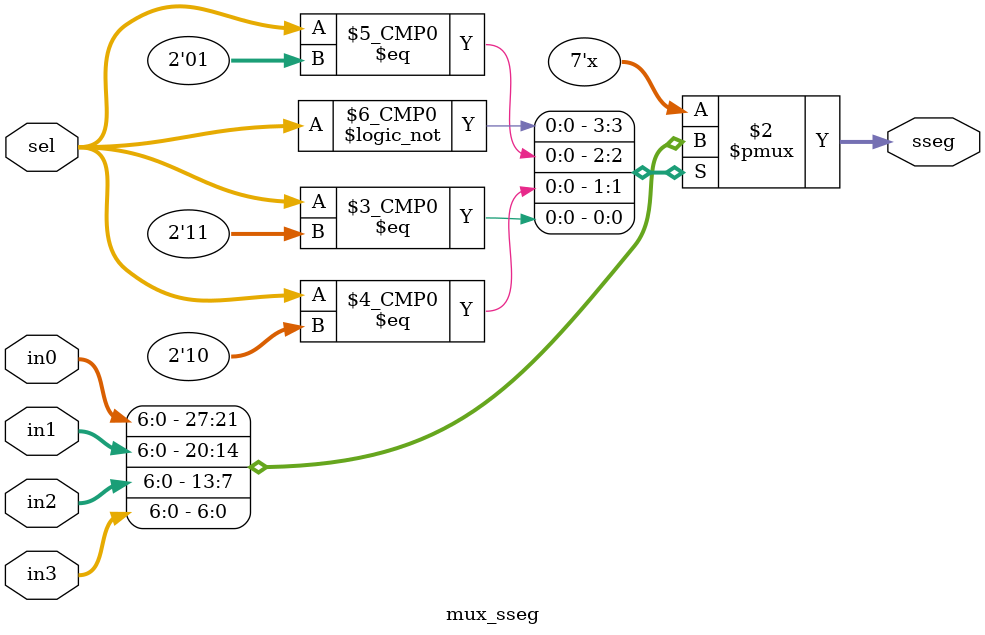
<source format=sv>
`timescale 1ns / 1ps


module mux_sseg#(parameter N=7)(
    input logic [N-1:0] in0,
    input logic [N-1:0] in1,
    input logic [N-1:0] in2,
    input logic [N-1:0] in3,
    input logic [1:0] sel,
    output logic [N-1:0] sseg
    );
    
    parameter [6:0] A=2'b00;
    parameter [6:0] B=2'b01;
    parameter [6:0] C=2'b10;
    parameter [6:0] D=2'b11;
    
    always_comb
        case(sel)
        A: sseg = in0;
        B: sseg = in1;
        C: sseg = in2;
        D: sseg = in3;
        default: sseg = 7'bzzzzzzz;
        endcase
    
endmodule

</source>
